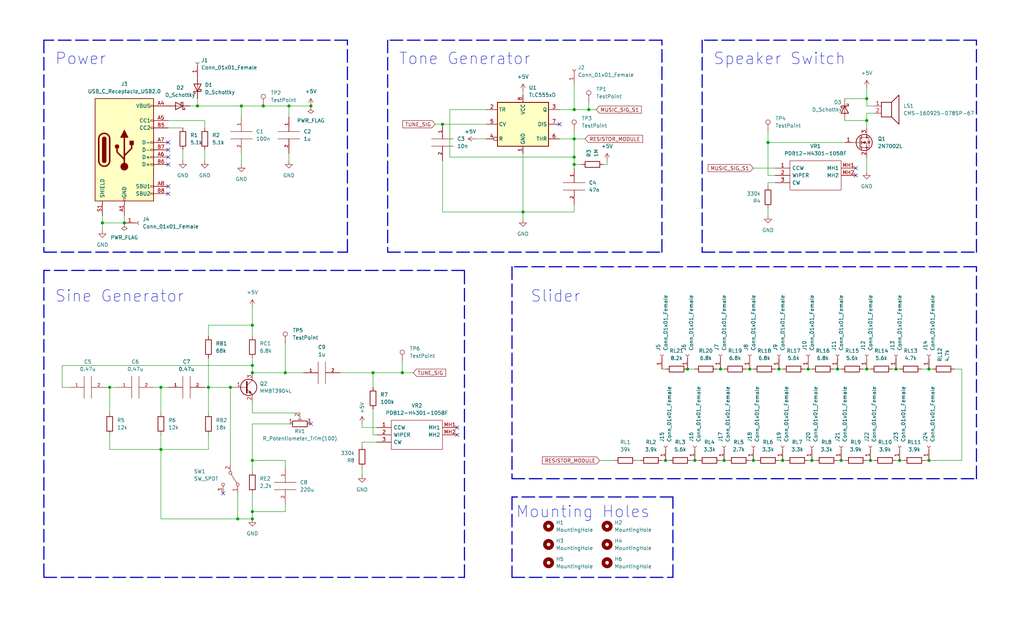
<source format=kicad_sch>
(kicad_sch (version 20211123) (generator eeschema)
  (paper "USLegal")
  (title_block (rev "1"))
  (lib_symbols
    (symbol "Connector:Conn_01x01_Female" (pin_names (offset 1.016) hide)
      (property "Reference" "J" (at 0 2.54 0))
      (property "Value" "Conn_01x01_Female" (at 0 -2.54 0))
      (symbol "Conn_01x01_Female_1_1"
        (polyline (pts (xy -1.27 0) (xy -0.508 0)) (stroke (width 0.1524)))
        (arc (start 0 0.508) (mid -0.508 0) (end 0 -0.508) (stroke (width 0.1524)))
        (pin passive line (at -5.08 0 0) (length 3.81) (name "Pin_1") (number "1"))
      )
    )
    (symbol "Connector:TestPoint" (pin_numbers hide) (pin_names (offset 0.762) hide)
      (property "Reference" "TP" (at 0 6.858 0))
      (property "Value" "TestPoint" (at 0 5.08 0))
      (symbol "TestPoint_0_1"
        (circle (center 0 3.302) (radius 0.762))
      )
      (symbol "TestPoint_1_1"
        (pin passive line (at 0 0 90) (length 2.54) (name "1") (number "1"))
      )
    )
    (symbol "Connector:USB_C_Receptacle_USB2.0" (pin_names (offset 1.016))
      (property "Reference" "J" (at -10.16 19.05 0))
      (property "Value" "USB_C_Receptacle_USB2.0" (at 19.05 19.05 0))
      (symbol "USB_C_Receptacle_USB2.0_0_0"
        (rectangle (start -0.254 -17.78) (end 0.254 -16.764))
        (rectangle (start 10.16 -14.986) (end 9.144 -15.494))
        (rectangle (start 10.16 -12.446) (end 9.144 -12.954))
        (rectangle (start 10.16 -4.826) (end 9.144 -5.334))
        (rectangle (start 10.16 -2.286) (end 9.144 -2.794))
        (rectangle (start 10.16 0.254) (end 9.144 -0.254))
        (rectangle (start 10.16 2.794) (end 9.144 2.286))
        (rectangle (start 10.16 7.874) (end 9.144 7.366))
        (rectangle (start 10.16 10.414) (end 9.144 9.906))
        (rectangle (start 10.16 15.494) (end 9.144 14.986))
      )
      (symbol "USB_C_Receptacle_USB2.0_0_1"
        (rectangle (start -10.16 17.78) (end 10.16 -17.78) (stroke (width 0.254)) (fill (type background)))
        (arc (start -8.89 -3.81) (mid -6.985 -5.715) (end -5.08 -3.81) (stroke (width 0.508)))
        (arc (start -7.62 -3.81) (mid -6.985 -4.445) (end -6.35 -3.81) (stroke (width 0.254)))
        (arc (start -7.62 -3.81) (mid -6.985 -4.445) (end -6.35 -3.81) (stroke (width 0.254)) (fill (type outline)))
        (rectangle (start -7.62 -3.81) (end -6.35 3.81) (stroke (width 0.254)) (fill (type outline)))
        (arc (start -6.35 3.81) (mid -6.985 4.445) (end -7.62 3.81) (stroke (width 0.254)))
        (arc (start -6.35 3.81) (mid -6.985 4.445) (end -7.62 3.81) (stroke (width 0.254)) (fill (type outline)))
        (arc (start -5.08 3.81) (mid -6.985 5.715) (end -8.89 3.81) (stroke (width 0.508)))
        (circle (center -2.54 1.143) (radius 0.635) (stroke (width 0.254)) (fill (type outline)))
        (circle (center 0 -5.842) (radius 1.27) (fill (type outline)))
        (polyline (pts (xy -8.89 -3.81) (xy -8.89 3.81)) (stroke (width 0.508)))
        (polyline (pts (xy -5.08 3.81) (xy -5.08 -3.81)) (stroke (width 0.508)))
        (polyline (pts (xy 0 -5.842) (xy 0 4.318)) (stroke (width 0.508)))
        (polyline (pts (xy 0 -3.302) (xy -2.54 -0.762) (xy -2.54 0.508)) (stroke (width 0.508)))
        (polyline (pts (xy 0 -2.032) (xy 2.54 0.508) (xy 2.54 1.778)) (stroke (width 0.508)))
        (polyline (pts (xy -1.27 4.318) (xy 0 6.858) (xy 1.27 4.318) (xy -1.27 4.318)) (stroke (width 0.254)) (fill (type outline)))
        (rectangle (start 1.905 1.778) (end 3.175 3.048) (stroke (width 0.254)) (fill (type outline)))
      )
      (symbol "USB_C_Receptacle_USB2.0_1_1"
        (pin passive line (at 0 -22.86 90) (length 5.08) (name "GND") (number "A1"))
        (pin passive line (at 0 -22.86 90) (length 5.08) hide (name "GND") (number "A12"))
        (pin passive line (at 15.24 15.24 180) (length 5.08) (name "VBUS") (number "A4"))
        (pin bidirectional line (at 15.24 10.16 180) (length 5.08) (name "CC1") (number "A5"))
        (pin bidirectional line (at 15.24 -2.54 180) (length 5.08) (name "D+") (number "A6"))
        (pin bidirectional line (at 15.24 2.54 180) (length 5.08) (name "D-") (number "A7"))
        (pin bidirectional line (at 15.24 -12.7 180) (length 5.08) (name "SBU1") (number "A8"))
        (pin passive line (at 15.24 15.24 180) (length 5.08) hide (name "VBUS") (number "A9"))
        (pin passive line (at 0 -22.86 90) (length 5.08) hide (name "GND") (number "B1"))
        (pin passive line (at 0 -22.86 90) (length 5.08) hide (name "GND") (number "B12"))
        (pin passive line (at 15.24 15.24 180) (length 5.08) hide (name "VBUS") (number "B4"))
        (pin bidirectional line (at 15.24 7.62 180) (length 5.08) (name "CC2") (number "B5"))
        (pin bidirectional line (at 15.24 -5.08 180) (length 5.08) (name "D+") (number "B6"))
        (pin bidirectional line (at 15.24 0 180) (length 5.08) (name "D-") (number "B7"))
        (pin bidirectional line (at 15.24 -15.24 180) (length 5.08) (name "SBU2") (number "B8"))
        (pin passive line (at 15.24 15.24 180) (length 5.08) hide (name "VBUS") (number "B9"))
        (pin passive line (at -7.62 -22.86 90) (length 5.08) (name "SHIELD") (number "S1"))
      )
    )
    (symbol "Device:D_Schottky" (pin_numbers hide) (pin_names (offset 1.016) hide)
      (property "Reference" "D" (at 0 2.54 0))
      (property "Value" "D_Schottky" (at 0 -2.54 0))
      (symbol "D_Schottky_0_1"
        (polyline (pts (xy 1.27 0) (xy -1.27 0)))
        (polyline (pts (xy 1.27 1.27) (xy 1.27 -1.27) (xy -1.27 0) (xy 1.27 1.27)) (stroke (width 0.254)))
        (polyline (pts (xy -1.905 0.635) (xy -1.905 1.27) (xy -1.27 1.27) (xy -1.27 -1.27) (xy -0.635 -1.27) (xy -0.635 -0.635)) (stroke (width 0.254)))
      )
      (symbol "D_Schottky_1_1"
        (pin passive line (at -3.81 0 0) (length 2.54) (name "K") (number "1"))
        (pin passive line (at 3.81 0 180) (length 2.54) (name "A") (number "2"))
      )
    )
    (symbol "Device:R" (pin_numbers hide) (pin_names (offset 0))
      (property "Reference" "R" (at 2.032 0 90))
      (property "Value" "R" (at 0 0 90))
      (symbol "R_0_1"
        (rectangle (start -1.016 -2.54) (end 1.016 2.54) (stroke (width 0.254)))
      )
      (symbol "R_1_1"
        (pin passive line (at 0 3.81 270) (length 1.27) (name "~") (number "1"))
        (pin passive line (at 0 -3.81 90) (length 1.27) (name "~") (number "2"))
      )
    )
    (symbol "Device:R_Potentiometer_Trim" (pin_names (offset 1.016) hide)
      (property "Reference" "RV" (at -4.445 0 90))
      (property "Value" "R_Potentiometer_Trim" (at -2.54 0 90))
      (symbol "R_Potentiometer_Trim_0_1"
        (polyline (pts (xy 1.524 0.762) (xy 1.524 -0.762)))
        (polyline (pts (xy 2.54 0) (xy 1.524 0)))
        (rectangle (start 1.016 2.54) (end -1.016 -2.54) (stroke (width 0.254)))
      )
      (symbol "R_Potentiometer_Trim_1_1"
        (pin passive line (at 0 3.81 270) (length 1.27) (name "1") (number "1"))
        (pin passive line (at 3.81 0 180) (length 1.27) (name "2") (number "2"))
        (pin passive line (at 0 -3.81 90) (length 1.27) (name "3") (number "3"))
      )
    )
    (symbol "Device:Speaker" (pin_names (offset 0) hide)
      (property "Reference" "LS" (at 1.27 5.715 0))
      (property "Value" "Speaker" (at 1.27 3.81 0))
      (symbol "Speaker_0_0"
        (rectangle (start -2.54 1.27) (end 1.016 -3.81) (stroke (width 0.254)))
        (polyline (pts (xy 1.016 1.27) (xy 3.556 3.81) (xy 3.556 -6.35) (xy 1.016 -3.81)) (stroke (width 0.254)))
      )
      (symbol "Speaker_1_1"
        (pin input line (at -5.08 0 0) (length 2.54) (name "1") (number "1"))
        (pin input line (at -5.08 -2.54 0) (length 2.54) (name "2") (number "2"))
      )
    )
    (symbol "Mechanical:MountingHole" (pin_names (offset 1.016))
      (property "Reference" "H" (at 0 5.08 0))
      (property "Value" "MountingHole" (at 0 3.175 0))
      (symbol "MountingHole_0_1"
        (circle (center 0 0) (radius 1.27) (stroke (width 1.27)))
      )
    )
    (symbol "PDB12-H4301-105BF:PDB12-H4301-105BF" (pin_names (offset 0.762))
      (property "Reference" "VR" (at 24.13 7.62 0))
      (property "Value" "PDB12-H4301-105BF" (at 24.13 5.08 0))
      (symbol "PDB12-H4301-105BF_0_0"
        (pin passive line (at 0 0 0) (length 5.08) (name "CCW") (number "1"))
        (pin passive line (at 0 -2.54 0) (length 5.08) (name "WIPER") (number "2"))
        (pin passive line (at 0 -5.08 0) (length 5.08) (name "CW") (number "3"))
        (pin passive line (at 27.94 0 180) (length 5.08) (name "MH1") (number "MH1"))
        (pin passive line (at 27.94 -2.54 180) (length 5.08) (name "MH2") (number "MH2"))
      )
      (symbol "PDB12-H4301-105BF_0_1"
        (polyline (pts (xy 5.08 2.54) (xy 22.86 2.54) (xy 22.86 -7.62) (xy 5.08 -7.62) (xy 5.08 2.54)) (stroke (width 0.1524)))
      )
    )
    (symbol "Switch:SW_SPDT" (pin_names (offset 0) hide)
      (property "Reference" "SW" (at 0 4.318 0))
      (property "Value" "SW_SPDT" (at 0 -5.08 0))
      (symbol "SW_SPDT_0_0"
        (circle (center -2.032 0) (radius 0.508))
        (circle (center 2.032 -2.54) (radius 0.508))
      )
      (symbol "SW_SPDT_0_1"
        (polyline (pts (xy -1.524 0.254) (xy 1.651 2.286)))
        (circle (center 2.032 2.54) (radius 0.508))
      )
      (symbol "SW_SPDT_1_1"
        (pin passive line (at 5.08 2.54 180) (length 2.54) (name "A") (number "1"))
        (pin passive line (at -5.08 0 0) (length 2.54) (name "B") (number "2"))
        (pin passive line (at 5.08 -2.54 180) (length 2.54) (name "C") (number "3"))
      )
    )
    (symbol "Timer:TLC555xD"
      (property "Reference" "U" (at -10.16 8.89 0))
      (property "Value" "TLC555xD" (at 2.54 8.89 0))
      (symbol "TLC555xD_0_0"
        (pin power_in line (at 0 -10.16 90) (length 2.54) (name "GND") (number "1"))
        (pin power_in line (at 0 10.16 270) (length 2.54) (name "VCC") (number "8"))
      )
      (symbol "TLC555xD_0_1"
        (rectangle (start -8.89 -7.62) (end 8.89 7.62) (stroke (width 0.254)) (fill (type background)))
        (rectangle (start -8.89 -7.62) (end 8.89 7.62) (stroke (width 0.254)) (fill (type background)))
      )
      (symbol "TLC555xD_1_1"
        (pin input line (at -12.7 5.08 0) (length 3.81) (name "TR") (number "2"))
        (pin output line (at 12.7 5.08 180) (length 3.81) (name "Q") (number "3"))
        (pin input inverted (at -12.7 -5.08 0) (length 3.81) (name "R") (number "4"))
        (pin input line (at -12.7 0 0) (length 3.81) (name "CV") (number "5"))
        (pin input line (at 12.7 -5.08 180) (length 3.81) (name "THR") (number "6"))
        (pin input line (at 12.7 0 180) (length 3.81) (name "DIS") (number "7"))
      )
    )
    (symbol "Transistor_BJT:MMBT3904" (pin_names (offset 0) hide)
      (property "Reference" "Q" (at 5.08 1.905 0))
      (property "Value" "MMBT3904" (at 5.08 0 0))
      (symbol "MMBT3904_0_1"
        (polyline (pts (xy 0.635 0.635) (xy 2.54 2.54)))
        (polyline (pts (xy 0.635 -0.635) (xy 2.54 -2.54) (xy 2.54 -2.54)))
        (polyline (pts (xy 0.635 1.905) (xy 0.635 -1.905) (xy 0.635 -1.905)) (stroke (width 0.508)))
        (polyline (pts (xy 1.27 -1.778) (xy 1.778 -1.27) (xy 2.286 -2.286) (xy 1.27 -1.778) (xy 1.27 -1.778)) (fill (type outline)))
        (circle (center 1.27 0) (radius 2.8194) (stroke (width 0.254)))
      )
      (symbol "MMBT3904_1_1"
        (pin input line (at -5.08 0 0) (length 5.715) (name "B") (number "1"))
        (pin passive line (at 2.54 -5.08 90) (length 2.54) (name "E") (number "2"))
        (pin passive line (at 2.54 5.08 270) (length 2.54) (name "C") (number "3"))
      )
    )
    (symbol "Transistor_FET:2N7002" (pin_names hide)
      (property "Reference" "Q" (at 5.08 1.905 0))
      (property "Value" "2N7002" (at 5.08 0 0))
      (symbol "2N7002_0_1"
        (polyline (pts (xy 0.254 0) (xy -2.54 0)))
        (polyline (pts (xy 0.254 1.905) (xy 0.254 -1.905)) (stroke (width 0.254)))
        (polyline (pts (xy 0.762 -1.27) (xy 0.762 -2.286)) (stroke (width 0.254)))
        (polyline (pts (xy 0.762 0.508) (xy 0.762 -0.508)) (stroke (width 0.254)))
        (polyline (pts (xy 0.762 2.286) (xy 0.762 1.27)) (stroke (width 0.254)))
        (polyline (pts (xy 2.54 2.54) (xy 2.54 1.778)))
        (polyline (pts (xy 2.54 -2.54) (xy 2.54 0) (xy 0.762 0)))
        (polyline (pts (xy 0.762 -1.778) (xy 3.302 -1.778) (xy 3.302 1.778) (xy 0.762 1.778)))
        (polyline (pts (xy 1.016 0) (xy 2.032 0.381) (xy 2.032 -0.381) (xy 1.016 0)) (fill (type outline)))
        (polyline (pts (xy 2.794 0.508) (xy 2.921 0.381) (xy 3.683 0.381) (xy 3.81 0.254)))
        (polyline (pts (xy 3.302 0.381) (xy 2.921 -0.254) (xy 3.683 -0.254) (xy 3.302 0.381)))
        (circle (center 1.651 0) (radius 2.794) (stroke (width 0.254)))
        (circle (center 2.54 -1.778) (radius 0.254) (fill (type outline)))
        (circle (center 2.54 1.778) (radius 0.254) (fill (type outline)))
      )
      (symbol "2N7002_1_1"
        (pin input line (at -5.08 0 0) (length 2.54) (name "G") (number "1"))
        (pin passive line (at 2.54 -5.08 90) (length 2.54) (name "S") (number "2"))
        (pin passive line (at 2.54 5.08 270) (length 2.54) (name "D") (number "3"))
      )
    )
    (symbol "power:+5V" (power) (pin_names (offset 0))
      (property "Value" "+5V" (at 0 3.556 0))
      (symbol "+5V_0_1"
        (polyline (pts (xy -0.762 1.27) (xy 0 2.54)))
        (polyline (pts (xy 0 0) (xy 0 2.54)))
        (polyline (pts (xy 0 2.54) (xy 0.762 1.27)))
      )
      (symbol "+5V_1_1"
        (pin power_in line (at 0 0 90) (length 0) hide (name "+5V") (number "1"))
      )
    )
    (symbol "power:GND" (power) (pin_names (offset 0))
      (property "Value" "GND" (at 0 -3.81 0))
      (symbol "GND_0_1"
        (polyline (pts (xy 0 0) (xy 0 -1.27) (xy 1.27 -1.27) (xy 0 -2.54) (xy -1.27 -1.27) (xy 0 -1.27)))
      )
      (symbol "GND_1_1"
        (pin power_in line (at 0 0 270) (length 0) hide (name "GND") (number "1"))
      )
    )
    (symbol "power:PWR_FLAG" (power) (pin_numbers hide) (pin_names (offset 0) hide)
      (property "Value" "PWR_FLAG" (at 0 3.81 0))
      (symbol "PWR_FLAG_0_0"
        (pin power_out line (at 0 0 90) (length 0) (name "pwr") (number "1"))
      )
      (symbol "PWR_FLAG_0_1"
        (polyline (pts (xy 0 0) (xy 0 1.27) (xy -1.016 1.905) (xy 0 2.54) (xy 1.016 1.905) (xy 0 1.27)))
      )
    )
    (symbol "pspice:C" (pin_names (offset 0.254))
      (property "Reference" "C" (at 2.54 3.81 90))
      (property "Value" "C" (at 2.54 -3.81 90))
      (symbol "C_0_1"
        (polyline (pts (xy -3.81 -1.27) (xy 3.81 -1.27)))
        (polyline (pts (xy -3.81 1.27) (xy 3.81 1.27)))
      )
      (symbol "C_1_1"
        (pin passive line (at 0 6.35 270) (length 5.08) (name "~") (number "1"))
        (pin passive line (at 0 -6.35 90) (length 5.08) (name "~") (number "2"))
      )
    )
  )
  (junction (at 271.78 160.02))
  (junction (at 100.33 36.83))
  (junction (at 322.58 160.02))
  (junction (at 300.99 34.29))
  (junction (at 270.51 128.27))
  (junction (at 292.1 160.02))
  (junction (at 231.14 160.02))
  (junction (at 266.7 49.53))
  (junction (at 91.44 36.83))
  (junction (at 153.67 43.18))
  (junction (at 311.15 128.27))
  (junction (at 181.61 73.66))
  (junction (at 251.46 160.02))
  (junction (at 87.63 160.02))
  (junction (at 204.47 38.1))
  (junction (at 322.58 128.27))
  (junction (at 290.83 128.27))
  (junction (at 300.99 41.91))
  (junction (at 43.18 77.47))
  (junction (at 250.19 128.27))
  (junction (at 107.95 36.83))
  (junction (at 87.63 113.03))
  (junction (at 260.35 128.27))
  (junction (at 82.55 180.34))
  (junction (at 199.39 57.15))
  (junction (at 261.62 160.02))
  (junction (at 199.39 48.26))
  (junction (at 87.63 180.34))
  (junction (at 199.39 54.61))
  (junction (at 281.94 160.02))
  (junction (at 241.3 160.02))
  (junction (at 199.39 38.1))
  (junction (at 35.56 77.47))
  (junction (at 80.01 134.62))
  (junction (at 87.63 177.8))
  (junction (at 72.39 134.62))
  (junction (at 87.63 129.54))
  (junction (at 55.88 134.62))
  (junction (at 238.76 128.27))
  (junction (at 280.67 128.27))
  (junction (at 68.58 36.83))
  (junction (at 99.06 129.54))
  (junction (at 129.54 129.54))
  (junction (at 83.82 36.83))
  (junction (at 302.26 160.02))
  (junction (at 300.99 128.27))
  (junction (at 312.42 160.02))
  (junction (at 87.63 127))
  (junction (at 55.88 156.21))
  (junction (at 139.7 129.54))
  (junction (at 38.1 134.62))
  (no_connect (at 58.42 67.31))
  (no_connect (at 58.42 57.15))
  (no_connect (at 77.47 171.45))
  (no_connect (at 58.42 52.07))
  (no_connect (at 107.95 147.32))
  (no_connect (at 194.31 43.18))
  (no_connect (at 58.42 64.77))
  (no_connect (at 297.18 58.42))
  (no_connect (at 297.18 60.96))
  (no_connect (at 58.42 49.53))
  (no_connect (at 58.42 54.61))
  (no_connect (at 158.75 148.59))
  (no_connect (at 158.75 151.13))
  (wire (pts (xy 311.15 160.02) (xy 312.42 160.02)))
  (wire (pts (xy 153.67 73.66) (xy 181.61 73.66)))
  (wire (pts (xy 129.54 129.54) (xy 139.7 129.54)))
  (wire (pts (xy 266.7 49.53) (xy 266.7 60.96)))
  (wire (pts (xy 139.7 125.73) (xy 139.7 129.54)))
  (polyline (pts (xy 15.24 87.63) (xy 120.65 87.63)) (stroke (width 0.4)))
  (wire (pts (xy 279.4 128.27) (xy 280.67 128.27)))
  (wire (pts (xy 55.88 134.62) (xy 55.88 143.51)))
  (wire (pts (xy 156.21 54.61) (xy 199.39 54.61)))
  (polyline (pts (xy 243.84 87.63) (xy 339.09 87.63)) (stroke (width 0.4)))
  (wire (pts (xy 151.13 43.18) (xy 153.67 43.18)))
  (wire (pts (xy 300.99 54.61) (xy 300.99 59.69)))
  (polyline (pts (xy 229.87 13.97) (xy 134.62 13.97)) (stroke (width 0.4)))
  (polyline (pts (xy 177.8 166.37) (xy 339.09 166.37)) (stroke (width 0.4)))
  (wire (pts (xy 208.28 160.02) (xy 213.36 160.02)))
  (wire (pts (xy 80.01 134.62) (xy 80.01 161.29)))
  (wire (pts (xy 334.01 128.27) (xy 334.01 160.02)))
  (polyline (pts (xy 229.87 87.63) (xy 229.87 13.97)) (stroke (width 0.4)))
  (wire (pts (xy 99.06 160.02) (xy 87.63 160.02)))
  (wire (pts (xy 156.21 38.1) (xy 168.91 38.1)))
  (wire (pts (xy 72.39 116.84) (xy 72.39 113.03)))
  (polyline (pts (xy 339.09 13.97) (xy 243.84 13.97)) (stroke (width 0.4)))
  (wire (pts (xy 58.42 41.91) (xy 71.12 41.91)))
  (wire (pts (xy 153.67 43.18) (xy 168.91 43.18)))
  (wire (pts (xy 238.76 128.27) (xy 241.3 128.27)))
  (wire (pts (xy 87.63 124.46) (xy 87.63 127)))
  (wire (pts (xy 35.56 77.47) (xy 35.56 80.01)))
  (wire (pts (xy 35.56 74.93) (xy 35.56 77.47)))
  (wire (pts (xy 38.1 134.62) (xy 38.1 143.51)))
  (wire (pts (xy 259.08 128.27) (xy 260.35 128.27)))
  (wire (pts (xy 269.24 128.27) (xy 270.51 128.27)))
  (wire (pts (xy 87.63 113.03) (xy 87.63 116.84)))
  (polyline (pts (xy 177.8 200.66) (xy 233.68 200.66)) (stroke (width 0.4)))
  (wire (pts (xy 87.63 139.7) (xy 87.63 143.51)))
  (wire (pts (xy 311.15 128.27) (xy 312.42 128.27)))
  (wire (pts (xy 130.81 148.59) (xy 125.73 148.59)))
  (wire (pts (xy 68.58 36.83) (xy 83.82 36.83)))
  (wire (pts (xy 210.82 55.88) (xy 210.82 57.15)))
  (wire (pts (xy 293.37 34.29) (xy 300.99 34.29)))
  (wire (pts (xy 55.88 156.21) (xy 55.88 180.34)))
  (wire (pts (xy 300.99 128.27) (xy 302.26 128.27)))
  (wire (pts (xy 261.62 58.42) (xy 269.24 58.42)))
  (wire (pts (xy 280.67 160.02) (xy 281.94 160.02)))
  (wire (pts (xy 300.99 36.83) (xy 300.99 34.29)))
  (wire (pts (xy 320.04 128.27) (xy 322.58 128.27)))
  (wire (pts (xy 72.39 134.62) (xy 72.39 143.51)))
  (wire (pts (xy 322.58 128.27) (xy 323.85 128.27)))
  (wire (pts (xy 290.83 128.27) (xy 292.1 128.27)))
  (wire (pts (xy 266.7 72.39) (xy 266.7 74.93)))
  (wire (pts (xy 87.63 127) (xy 87.63 129.54)))
  (wire (pts (xy 58.42 44.45) (xy 63.5 44.45)))
  (wire (pts (xy 38.1 151.13) (xy 38.1 156.21)))
  (wire (pts (xy 260.35 160.02) (xy 261.62 160.02)))
  (wire (pts (xy 199.39 29.21) (xy 199.39 38.1)))
  (wire (pts (xy 83.82 53.34) (xy 83.82 57.15)))
  (wire (pts (xy 99.06 119.38) (xy 99.06 129.54)))
  (wire (pts (xy 331.47 128.27) (xy 334.01 128.27)))
  (wire (pts (xy 99.06 162.56) (xy 99.06 160.02)))
  (wire (pts (xy 99.06 177.8) (xy 87.63 177.8)))
  (wire (pts (xy 100.33 36.83) (xy 107.95 36.83)))
  (wire (pts (xy 100.33 36.83) (xy 100.33 40.64)))
  (polyline (pts (xy 120.65 87.63) (xy 120.65 13.97)) (stroke (width 0.4)))
  (wire (pts (xy 153.67 55.88) (xy 153.67 73.66)))
  (wire (pts (xy 87.63 127) (xy 21.59 127)))
  (wire (pts (xy 125.73 153.67) (xy 130.81 153.67)))
  (wire (pts (xy 248.92 128.27) (xy 250.19 128.27)))
  (wire (pts (xy 66.04 36.83) (xy 68.58 36.83)))
  (wire (pts (xy 260.35 128.27) (xy 261.62 128.27)))
  (wire (pts (xy 82.55 171.45) (xy 82.55 180.34)))
  (wire (pts (xy 181.61 73.66) (xy 181.61 76.2)))
  (wire (pts (xy 302.26 160.02) (xy 303.53 160.02)))
  (wire (pts (xy 220.98 160.02) (xy 222.25 160.02)))
  (wire (pts (xy 72.39 134.62) (xy 80.01 134.62)))
  (wire (pts (xy 63.5 52.07) (xy 63.5 55.88)))
  (wire (pts (xy 129.54 151.13) (xy 130.81 151.13)))
  (wire (pts (xy 82.55 180.34) (xy 87.63 180.34)))
  (wire (pts (xy 204.47 38.1) (xy 207.01 38.1)))
  (wire (pts (xy 270.51 160.02) (xy 271.78 160.02)))
  (wire (pts (xy 266.7 60.96) (xy 269.24 60.96)))
  (polyline (pts (xy 339.09 92.71) (xy 177.8 92.71)) (stroke (width 0.4)))
  (wire (pts (xy 156.21 38.1) (xy 156.21 54.61)))
  (wire (pts (xy 199.39 57.15) (xy 199.39 58.42)))
  (wire (pts (xy 99.06 175.26) (xy 99.06 177.8)))
  (wire (pts (xy 87.63 129.54) (xy 99.06 129.54)))
  (wire (pts (xy 36.83 134.62) (xy 38.1 134.62)))
  (polyline (pts (xy 15.24 200.66) (xy 161.29 200.66)) (stroke (width 0.4)))
  (wire (pts (xy 271.78 160.02) (xy 273.05 160.02)))
  (wire (pts (xy 199.39 71.12) (xy 199.39 73.66)))
  (polyline (pts (xy 134.62 87.63) (xy 229.87 87.63)) (stroke (width 0.4)))
  (wire (pts (xy 300.99 41.91) (xy 300.99 44.45)))
  (wire (pts (xy 87.63 106.68) (xy 87.63 113.03)))
  (wire (pts (xy 241.3 160.02) (xy 242.57 160.02)))
  (wire (pts (xy 55.88 151.13) (xy 55.88 156.21)))
  (wire (pts (xy 266.7 63.5) (xy 266.7 64.77)))
  (wire (pts (xy 199.39 54.61) (xy 199.39 57.15)))
  (wire (pts (xy 55.88 156.21) (xy 72.39 156.21)))
  (wire (pts (xy 21.59 134.62) (xy 24.13 134.62)))
  (wire (pts (xy 100.33 147.32) (xy 87.63 147.32)))
  (wire (pts (xy 72.39 151.13) (xy 72.39 156.21)))
  (wire (pts (xy 309.88 128.27) (xy 311.15 128.27)))
  (wire (pts (xy 199.39 57.15) (xy 201.93 57.15)))
  (polyline (pts (xy 233.68 200.66) (xy 233.68 172.72)) (stroke (width 0.4)))
  (wire (pts (xy 240.03 160.02) (xy 241.3 160.02)))
  (wire (pts (xy 300.99 39.37) (xy 300.99 41.91)))
  (wire (pts (xy 250.19 160.02) (xy 251.46 160.02)))
  (wire (pts (xy 55.88 134.62) (xy 58.42 134.62)))
  (wire (pts (xy 53.34 134.62) (xy 55.88 134.62)))
  (polyline (pts (xy 177.8 92.71) (xy 177.8 166.37)) (stroke (width 0.4)))
  (polyline (pts (xy 177.8 172.72) (xy 177.8 200.66)) (stroke (width 0.4)))
  (wire (pts (xy 293.37 41.91) (xy 300.99 41.91)))
  (wire (pts (xy 261.62 160.02) (xy 262.89 160.02)))
  (polyline (pts (xy 233.68 172.72) (xy 177.8 172.72)) (stroke (width 0.4)))
  (wire (pts (xy 68.58 34.29) (xy 68.58 36.83)))
  (wire (pts (xy 199.39 48.26) (xy 199.39 54.61)))
  (wire (pts (xy 72.39 113.03) (xy 87.63 113.03)))
  (polyline (pts (xy 134.62 13.97) (xy 134.62 87.63)) (stroke (width 0.4)))
  (wire (pts (xy 38.1 134.62) (xy 40.64 134.62)))
  (wire (pts (xy 281.94 160.02) (xy 283.21 160.02)))
  (wire (pts (xy 204.47 35.56) (xy 204.47 38.1)))
  (wire (pts (xy 322.58 160.02) (xy 334.01 160.02)))
  (wire (pts (xy 129.54 142.24) (xy 129.54 151.13)))
  (wire (pts (xy 125.73 147.32) (xy 125.73 148.59)))
  (wire (pts (xy 55.88 180.34) (xy 82.55 180.34)))
  (wire (pts (xy 87.63 143.51) (xy 104.14 143.51)))
  (wire (pts (xy 250.19 128.27) (xy 251.46 128.27)))
  (wire (pts (xy 43.18 74.93) (xy 43.18 77.47)))
  (polyline (pts (xy 15.24 13.97) (xy 15.24 87.63)) (stroke (width 0.4)))
  (wire (pts (xy 125.73 153.67) (xy 125.73 154.94)))
  (polyline (pts (xy 161.29 200.66) (xy 161.29 93.98)) (stroke (width 0.4)))
  (wire (pts (xy 312.42 160.02) (xy 313.69 160.02)))
  (wire (pts (xy 299.72 128.27) (xy 300.99 128.27)))
  (wire (pts (xy 229.87 128.27) (xy 231.14 128.27)))
  (wire (pts (xy 181.61 73.66) (xy 199.39 73.66)))
  (wire (pts (xy 321.31 160.02) (xy 322.58 160.02)))
  (wire (pts (xy 194.31 38.1) (xy 199.39 38.1)))
  (wire (pts (xy 199.39 45.72) (xy 199.39 48.26)))
  (wire (pts (xy 209.55 57.15) (xy 210.82 57.15)))
  (wire (pts (xy 270.51 128.27) (xy 271.78 128.27)))
  (wire (pts (xy 251.46 160.02) (xy 252.73 160.02)))
  (wire (pts (xy 125.73 162.56) (xy 125.73 165.1)))
  (wire (pts (xy 199.39 48.26) (xy 194.31 48.26)))
  (wire (pts (xy 129.54 129.54) (xy 129.54 134.62)))
  (wire (pts (xy 87.63 171.45) (xy 87.63 177.8)))
  (wire (pts (xy 38.1 156.21) (xy 55.88 156.21)))
  (wire (pts (xy 300.99 30.48) (xy 300.99 34.29)))
  (wire (pts (xy 100.33 53.34) (xy 100.33 55.88)))
  (wire (pts (xy 289.56 128.27) (xy 290.83 128.27)))
  (wire (pts (xy 21.59 127) (xy 21.59 134.62)))
  (wire (pts (xy 35.56 77.47) (xy 43.18 77.47)))
  (wire (pts (xy 71.12 134.62) (xy 72.39 134.62)))
  (wire (pts (xy 118.11 129.54) (xy 129.54 129.54)))
  (wire (pts (xy 229.87 160.02) (xy 231.14 160.02)))
  (polyline (pts (xy 15.24 93.98) (xy 15.24 200.66)) (stroke (width 0.4)))
  (wire (pts (xy 181.61 31.75) (xy 181.61 33.02)))
  (wire (pts (xy 303.53 36.83) (xy 300.99 36.83)))
  (wire (pts (xy 87.63 177.8) (xy 87.63 180.34)))
  (wire (pts (xy 83.82 36.83) (xy 91.44 36.83)))
  (polyline (pts (xy 161.29 93.98) (xy 15.24 93.98)) (stroke (width 0.4)))
  (wire (pts (xy 292.1 160.02) (xy 293.37 160.02)))
  (wire (pts (xy 300.99 160.02) (xy 302.26 160.02)))
  (wire (pts (xy 72.39 134.62) (xy 72.39 124.46)))
  (polyline (pts (xy 339.09 87.63) (xy 339.09 13.97)) (stroke (width 0.4)))
  (wire (pts (xy 87.63 147.32) (xy 87.63 160.02)))
  (polyline (pts (xy 120.65 13.97) (xy 15.24 13.97)) (stroke (width 0.4)))
  (wire (pts (xy 269.24 63.5) (xy 266.7 63.5)))
  (wire (pts (xy 199.39 48.26) (xy 203.2 48.26)))
  (wire (pts (xy 181.61 53.34) (xy 181.61 73.66)))
  (wire (pts (xy 199.39 38.1) (xy 204.47 38.1)))
  (wire (pts (xy 71.12 41.91) (xy 71.12 44.45)))
  (wire (pts (xy 91.44 36.83) (xy 100.33 36.83)))
  (wire (pts (xy 165.1 48.26) (xy 168.91 48.26)))
  (wire (pts (xy 99.06 129.54) (xy 105.41 129.54)))
  (wire (pts (xy 266.7 45.72) (xy 266.7 49.53)))
  (wire (pts (xy 290.83 160.02) (xy 292.1 160.02)))
  (wire (pts (xy 303.53 39.37) (xy 300.99 39.37)))
  (wire (pts (xy 266.7 49.53) (xy 293.37 49.53)))
  (wire (pts (xy 71.12 55.88) (xy 71.12 52.07)))
  (wire (pts (xy 83.82 36.83) (xy 83.82 40.64)))
  (wire (pts (xy 87.63 160.02) (xy 87.63 163.83)))
  (wire (pts (xy 231.14 160.02) (xy 232.41 160.02)))
  (polyline (pts (xy 243.84 13.97) (xy 243.84 87.63)) (stroke (width 0.4)))
  (polyline (pts (xy 339.09 166.37) (xy 339.09 92.71)) (stroke (width 0.4)))
  (wire (pts (xy 280.67 128.27) (xy 281.94 128.27)))
  (wire (pts (xy 139.7 129.54) (xy 143.51 129.54)))
  (text "Tone Generator" (at 138.43 22.86 0) (effects (font (size 4 4)) (justify left bottom)))
  (text "Mounting Holes" (at 179.07 180.34 0) (effects (font (size 4 4)) (justify left bottom)))
  (text "Power\n" (at 19.05 22.86 0) (effects (font (size 4 4)) (justify left bottom)))
  (text "Speaker Switch" (at 247.65 22.86 0) (effects (font (size 4 4)) (justify left bottom)))
  (text "Sine Generator" (at 19.05 105.41 0) (effects (font (size 4 4)) (justify left bottom)))
  (text "Slider" (at 184.15 105.41 0) (effects (font (size 4 4)) (justify left bottom)))
  (global_label "MUSIC_SIG_S1" (shape input) (at 207.01 38.1 0) (property "Intersheet References" "${INTERSHEET_REFS}" (effects hide)))
  (global_label "TUNE_SIG" (shape input) (at 151.13 43.18 180) (property "Intersheet References" "${INTERSHEET_REFS}" (effects hide)))
  (global_label "RESISTOR_MODULE" (shape input) (at 203.2 48.26 0) (property "Intersheet References" "${INTERSHEET_REFS}" (effects hide)))
  (global_label "MUSIC_SIG_S1" (shape input) (at 261.62 58.42 180) (property "Intersheet References" "${INTERSHEET_REFS}" (effects hide)))
  (global_label "RESISTOR_MODULE" (shape input) (at 208.28 160.02 180) (property "Intersheet References" "${INTERSHEET_REFS}" (effects hide)))
  (global_label "TUNE_SIG" (shape input) (at 143.51 129.54 0) (property "Intersheet References" "${INTERSHEET_REFS}" (effects hide)))
  (symbol (lib_id "power:GND") (at 266.7 74.93 0) (unit 1)
    (property "Reference" "#PWR010" (effects hide))
    (property "Value" "GND" (at 266.7 80.01 0))
  )
  (symbol (lib_id "Connector:Conn_01x01_Female") (at 312.42 154.94 90) (unit 1)
    (property "Reference" "J23" (at 311.1499 153.67 0) (effects (justify left)))
    (property "Value" "Conn_01x01_Female" (at 313.6899 153.67 0) (effects (justify left)))
    (property "Footprint" "Stylophone_Lib:Note-Sharp" (effects hide))
  )
  (symbol (lib_id "Device:R") (at 87.63 167.64 0) (unit 1)
    (property "Reference" "RE2" (at 90.17 166.3699 0) (effects (justify left)))
    (property "Value" "2.2k" (at 90.17 168.9099 0) (effects (justify left)))
    (property "Footprint" "Resistor_SMD:R_0402_1005Metric" (effects hide))
  )
  (symbol (lib_id "power:GND") (at 181.61 76.2 0) (unit 1)
    (property "Reference" "#PWR011" (effects hide))
    (property "Value" "GND" (at 181.61 81.28 0))
  )
  (symbol (lib_id "Device:R") (at 317.5 160.02 90) (unit 1)
    (property "Reference" "RL11" (at 317.5 153.67 90))
    (property "Value" "3.9k" (at 317.5 156.21 90))
    (property "Footprint" "Resistor_SMD:R_0402_1005Metric" (effects hide))
  )
  (symbol (lib_id "Device:Speaker") (at 308.61 36.83 0) (unit 1)
    (property "Reference" "LS1" (at 313.69 36.8299 0) (effects (justify left)))
    (property "Value" "CMS-160925-078SP-67" (at 313.69 39.3699 0) (effects (justify left)))
    (property "Footprint" "LIB_CMS-160925-078SP-67:CMS160925078SP67" (effects hide))
  )
  (symbol (lib_id "Device:R") (at 297.18 160.02 90) (unit 1)
    (property "Reference" "RL9" (at 297.18 153.67 90))
    (property "Value" "3.9k" (at 297.18 156.21 90))
    (property "Footprint" "Resistor_SMD:R_0402_1005Metric" (effects hide))
  )
  (symbol (lib_id "pspice:C") (at 111.76 129.54 90) (unit 1)
    (property "Reference" "C9" (at 111.76 120.65 90))
    (property "Value" "1u" (at 111.76 123.19 90))
    (property "Footprint" "Capacitor_SMD:C_0603_1608Metric" (effects hide))
  )
  (symbol (lib_id "Mechanical:MountingHole") (at 210.82 182.88 0) (unit 1)
    (property "Reference" "H2" (at 213.36 181.6099 0) (effects (justify left)))
    (property "Value" "MountingHole" (at 213.36 184.1499 0) (effects (justify left)))
    (property "Footprint" "MountingHole:MountingHole_2.7mm_M2.5" (effects hide))
  )
  (symbol (lib_id "Connector:Conn_01x01_Female") (at 290.83 123.19 90) (unit 1)
    (property "Reference" "J11" (at 289.5599 121.92 0) (effects (justify left)))
    (property "Value" "Conn_01x01_Female" (at 292.0999 121.92 0) (effects (justify left)))
    (property "Footprint" "Stylophone_Lib:Note-Sharp" (effects hide))
  )
  (symbol (lib_id "Device:R") (at 234.95 128.27 90) (unit 1)
    (property "Reference" "RL21" (at 234.95 121.92 90))
    (property "Value" "8.2k" (at 234.95 124.46 90))
    (property "Footprint" "Resistor_SMD:R_0402_1005Metric" (effects hide))
  )
  (symbol (lib_id "Device:R") (at 307.34 160.02 90) (unit 1)
    (property "Reference" "RL10" (at 307.34 153.67 90))
    (property "Value" "3.9k" (at 307.34 156.21 90))
    (property "Footprint" "Resistor_SMD:R_0402_1005Metric" (effects hide))
  )
  (symbol (lib_id "PDB12-H4301-105BF:PDB12-H4301-105BF") (at 269.24 58.42 0) (unit 1)
    (property "Reference" "VR1" (at 283.21 50.8 0))
    (property "Value" "PDB12-H4301-105BF" (at 283.21 53.34 0))
    (property "Footprint" "LIB_PDB12-H4301-105BF:PDB12H4301105BF" (effects hide))
    (property "Datasheet" "https://componentsearchengine.com/Datasheets/1/PDB12-H4301-105BF.pdf" (effects hide))
    (property "Description" "Potentiometers 1M LINEAR 12MM" (effects hide))
    (property "Height" "15" (effects hide))
    (property "Mouser Part Number" "652-PDB12-H4301105BF" (effects hide))
    (property "Mouser Price/Stock" "https://www.mouser.com/Search/Refine.aspx?Keyword=652-PDB12-H4301105BF" (effects hide))
    (property "Manufacturer_Name" "Bourns" (effects hide))
    (property "Manufacturer_Part_Number" "PDB12-H4301-105BF" (effects hide))
  )
  (symbol (lib_id "Device:R") (at 125.73 158.75 180) (unit 1)
    (property "Reference" "R8" (at 123.19 160.0201 0) (effects (justify left)))
    (property "Value" "330k" (at 123.19 157.4801 0) (effects (justify left)))
    (property "Footprint" "Resistor_SMD:R_0402_1005Metric" (effects hide))
  )
  (symbol (lib_id "Connector:Conn_01x01_Female") (at 271.78 154.94 90) (unit 1)
    (property "Reference" "J19" (at 270.5099 153.67 0) (effects (justify left)))
    (property "Value" "Conn_01x01_Female" (at 273.0499 153.67 0) (effects (justify left)))
    (property "Footprint" "Stylophone_Lib:Note-Left" (effects hide))
  )
  (symbol (lib_id "Connector:Conn_01x01_Female") (at 311.15 123.19 90) (unit 1)
    (property "Reference" "J13" (at 309.8799 121.92 0) (effects (justify left)))
    (property "Value" "Conn_01x01_Female" (at 312.4199 121.92 0) (effects (justify left)))
    (property "Footprint" "Stylophone_Lib:Note-Left" (effects hide))
  )
  (symbol (lib_id "Device:R") (at 287.02 160.02 90) (unit 1)
    (property "Reference" "RL8" (at 287.02 153.67 90))
    (property "Value" "3.3k" (at 287.02 156.21 90))
    (property "Footprint" "Resistor_SMD:R_0402_1005Metric" (effects hide))
  )
  (symbol (lib_id "Timer:TLC555xD") (at 181.61 43.18 0) (unit 1)
    (property "Reference" "U1" (at 183.6294 30.48 0) (effects (justify left)))
    (property "Value" "TLC555xD" (at 183.6294 33.02 0) (effects (justify left)))
    (property "Footprint" "Package_SO:SOIC-8_3.9x4.9mm_P1.27mm" (effects hide))
    (property "Datasheet" "http://www.ti.com/lit/ds/symlink/tlc555.pdf" (effects hide))
  )
  (symbol (lib_id "Device:R") (at 255.27 128.27 90) (unit 1)
    (property "Reference" "RL19" (at 255.27 121.92 90))
    (property "Value" "6.8k" (at 255.27 124.46 90))
    (property "Footprint" "Resistor_SMD:R_0402_1005Metric" (effects hide))
  )
  (symbol (lib_id "Device:R") (at 295.91 128.27 90) (unit 1)
    (property "Reference" "RL15" (at 295.91 121.92 90))
    (property "Value" "5.6k" (at 295.91 124.46 90))
    (property "Footprint" "Resistor_SMD:R_0402_1005Metric" (effects hide))
  )
  (symbol (lib_id "power:+5V") (at 165.1 48.26 90) (unit 1)
    (property "Reference" "#PWR04" (effects hide))
    (property "Value" "+5V" (at 161.29 45.72 90) (effects (justify right)))
  )
  (symbol (lib_id "power:GND") (at 83.82 57.15 0) (unit 1)
    (property "Reference" "#PWR08" (effects hide))
    (property "Value" "GND" (at 83.82 62.23 0))
  )
  (symbol (lib_id "Connector:Conn_01x01_Female") (at 229.87 123.19 90) (unit 1)
    (property "Reference" "J5" (at 228.5999 121.92 0) (effects (justify left)))
    (property "Value" "Conn_01x01_Female" (at 231.1399 121.92 0) (effects (justify left)))
    (property "Footprint" "Stylophone_Lib:Note-Left" (effects hide))
  )
  (symbol (lib_id "Connector:TestPoint") (at 266.7 45.72 0) (unit 1)
    (property "Reference" "TP4" (at 269.24 41.1479 0) (effects (justify left)))
    (property "Value" "TestPoint" (at 269.24 43.6879 0) (effects (justify left)))
    (property "Footprint" "TestPoint:TestPoint_Pad_D1.5mm" (effects hide))
  )
  (symbol (lib_id "Device:R") (at 316.23 128.27 90) (unit 1)
    (property "Reference" "RL13" (at 316.23 121.92 90))
    (property "Value" "4.7k" (at 316.23 124.46 90))
    (property "Footprint" "Resistor_SMD:R_0402_1005Metric" (effects hide))
  )
  (symbol (lib_id "Device:R") (at 245.11 128.27 90) (unit 1)
    (property "Reference" "RL20" (at 245.11 121.92 90))
    (property "Value" "6.8k" (at 245.11 124.46 90))
    (property "Footprint" "Resistor_SMD:R_0402_1005Metric" (effects hide))
  )
  (symbol (lib_id "Device:R") (at 38.1 147.32 0) (unit 1)
    (property "Reference" "R5" (at 40.64 146.0499 0) (effects (justify left)))
    (property "Value" "12k" (at 40.64 148.5899 0) (effects (justify left)))
    (property "Footprint" "Resistor_SMD:R_0402_1005Metric" (effects hide))
  )
  (symbol (lib_id "power:+5V") (at 125.73 147.32 0) (unit 1)
    (property "Reference" "#PWR015" (effects hide))
    (property "Value" "+5V" (at 125.73 139.7 90) (effects (justify right)))
  )
  (symbol (lib_id "Device:R") (at 327.66 128.27 90) (unit 1)
    (property "Reference" "RL12" (at 326.3899 125.73 0) (effects (justify left)))
    (property "Value" "4.7k" (at 328.9299 125.73 0) (effects (justify left)))
    (property "Footprint" "Resistor_SMD:R_0402_1005Metric" (effects hide))
  )
  (symbol (lib_id "power:+5V") (at 300.99 30.48 0) (unit 1)
    (property "Reference" "#PWR01" (effects hide))
    (property "Value" "+5V" (at 300.99 25.4 0))
  )
  (symbol (lib_id "Device:R") (at 205.74 57.15 90) (unit 1)
    (property "Reference" "R3" (at 204.4699 54.61 0) (effects (justify left)))
    (property "Value" "1M" (at 207.0099 54.61 0) (effects (justify left)))
    (property "Footprint" "Resistor_SMD:R_0402_1005Metric" (effects hide))
  )
  (symbol (lib_id "pspice:C") (at 64.77 134.62 90) (unit 1)
    (property "Reference" "C7" (at 64.77 125.73 90))
    (property "Value" "0.47u" (at 64.77 128.27 90))
    (property "Footprint" "Capacitor_SMD:C_0603_1608Metric" (effects hide))
  )
  (symbol (lib_id "power:+5V") (at 181.61 31.75 0) (unit 1)
    (property "Reference" "#PWR02" (effects hide))
    (property "Value" "+5V" (at 181.61 26.67 0))
  )
  (symbol (lib_id "Connector:Conn_01x01_Female") (at 300.99 123.19 90) (unit 1)
    (property "Reference" "J12" (at 299.7199 121.92 0) (effects (justify left)))
    (property "Value" "Conn_01x01_Female" (at 302.2599 121.92 0) (effects (justify left)))
    (property "Footprint" "Stylophone_Lib:Note-Right" (effects hide))
  )
  (symbol (lib_id "Device:D_Schottky") (at 62.23 36.83 180) (unit 1)
    (property "Reference" "D2" (at 62.5475 30.48 0))
    (property "Value" "D_Schottky" (at 62.5475 33.02 0))
    (property "Footprint" "Diode_SMD:D_SOD-123" (effects hide))
  )
  (symbol (lib_id "Device:D_Schottky") (at 68.58 30.48 90) (unit 1)
    (property "Reference" "D1" (at 71.12 29.5274 90) (effects (justify right)))
    (property "Value" "D_Schottky" (at 71.12 32.0674 90) (effects (justify right)))
    (property "Footprint" "Diode_SMD:D_SOD-123" (effects hide))
  )
  (symbol (lib_id "Device:R") (at 72.39 120.65 0) (unit 1)
    (property "Reference" "RB1" (at 74.93 119.3799 0) (effects (justify left)))
    (property "Value" "68k" (at 74.93 121.9199 0) (effects (justify left)))
    (property "Footprint" "Resistor_SMD:R_0402_1005Metric" (effects hide))
  )
  (symbol (lib_id "power:GND") (at 35.56 80.01 0) (unit 1)
    (property "Reference" "#PWR012" (effects hide))
    (property "Value" "GND" (at 35.56 85.09 0))
  )
  (symbol (lib_id "Device:R") (at 226.06 160.02 90) (unit 1)
    (property "Reference" "RL2" (at 226.06 153.67 90))
    (property "Value" "3.9k" (at 226.06 156.21 90))
    (property "Footprint" "Resistor_SMD:R_0402_1005Metric" (effects hide))
  )
  (symbol (lib_id "Device:R") (at 55.88 147.32 0) (unit 1)
    (property "Reference" "R6" (at 58.42 146.0499 0) (effects (justify left)))
    (property "Value" "12k" (at 58.42 148.5899 0) (effects (justify left)))
    (property "Footprint" "Resistor_SMD:R_0402_1005Metric" (effects hide))
  )
  (symbol (lib_id "Device:R") (at 266.7 68.58 180) (unit 1)
    (property "Reference" "R4" (at 264.16 69.8501 0) (effects (justify left)))
    (property "Value" "330k" (at 264.16 67.3101 0) (effects (justify left)))
    (property "Footprint" "Resistor_SMD:R_0402_1005Metric" (effects hide))
  )
  (symbol (lib_id "power:+5V") (at 107.95 36.83 0) (unit 1)
    (property "Reference" "#PWR03" (effects hide))
    (property "Value" "+5V" (at 107.95 31.75 0))
  )
  (symbol (lib_id "Connector:Conn_01x01_Female") (at 322.58 123.19 90) (unit 1)
    (property "Reference" "J14" (at 321.3099 121.92 0) (effects (justify left)))
    (property "Value" "Conn_01x01_Female" (at 323.8499 121.92 0) (effects (justify left)))
    (property "Footprint" "Stylophone_Lib:Note-Sharp" (effects hide))
  )
  (symbol (lib_id "Device:R") (at 71.12 48.26 0) (unit 1)
    (property "Reference" "R2" (at 73.66 46.9899 0) (effects (justify left)))
    (property "Value" "5.1k" (at 73.66 49.5299 0) (effects (justify left)))
    (property "Footprint" "Resistor_SMD:R_0201_0603Metric" (effects hide))
  )
  (symbol (lib_id "power:PWR_FLAG") (at 43.18 77.47 180) (unit 1)
    (property "Reference" "#FLG02" (effects hide))
    (property "Value" "PWR_FLAG" (at 43.18 82.55 0))
  )
  (symbol (lib_id "Device:R") (at 63.5 48.26 0) (unit 1)
    (property "Reference" "R1" (at 66.04 46.9899 0) (effects (justify left)))
    (property "Value" "5.1k" (at 66.04 49.5299 0) (effects (justify left)))
    (property "Footprint" "Resistor_SMD:R_0201_0603Metric" (effects hide))
  )
  (symbol (lib_id "PDB12-H4301-105BF:PDB12-H4301-105BF") (at 130.81 148.59 0) (unit 1)
    (property "Reference" "VR2" (at 144.78 140.97 0))
    (property "Value" "PDB12-H4301-105BF" (at 144.78 143.51 0))
    (property "Footprint" "LIB_PDB12-H4301-105BF:PDB12H4301105BF" (effects hide))
    (property "Datasheet" "https://componentsearchengine.com/Datasheets/1/PDB12-H4301-105BF.pdf" (effects hide))
    (property "Description" "Potentiometers 1M LINEAR 12MM" (effects hide))
    (property "Height" "15" (effects hide))
    (property "Mouser Part Number" "652-PDB12-H4301105BF" (effects hide))
    (property "Mouser Price/Stock" "https://www.mouser.com/Search/Refine.aspx?Keyword=652-PDB12-H4301105BF" (effects hide))
    (property "Manufacturer_Name" "Bourns" (effects hide))
    (property "Manufacturer_Part_Number" "PDB12-H4301-105BF" (effects hide))
  )
  (symbol (lib_id "Device:R") (at 87.63 120.65 0) (unit 1)
    (property "Reference" "RC1" (at 90.17 119.3799 0) (effects (justify left)))
    (property "Value" "6.8k" (at 90.17 121.9199 0) (effects (justify left)))
    (property "Footprint" "Resistor_SMD:R_0402_1005Metric" (effects hide))
  )
  (symbol (lib_id "Device:R") (at 265.43 128.27 90) (unit 1)
    (property "Reference" "RL18" (at 265.43 121.92 90))
    (property "Value" "6.8k" (at 265.43 124.46 90))
    (property "Footprint" "Resistor_SMD:R_0402_1005Metric" (effects hide))
  )
  (symbol (lib_id "Connector:Conn_01x01_Female") (at 231.14 154.94 90) (unit 1)
    (property "Reference" "J15" (at 229.8699 153.67 0) (effects (justify left)))
    (property "Value" "Conn_01x01_Female" (at 232.41 153.67 0) (effects (justify left)))
    (property "Footprint" "Stylophone_Lib:Note-Right" (effects hide))
  )
  (symbol (lib_id "Transistor_BJT:MMBT3904") (at 85.09 134.62 0) (unit 1)
    (property "Reference" "Q2" (at 90.17 133.3499 0) (effects (justify left)))
    (property "Value" "MMBT3904L" (at 90.17 135.8899 0) (effects (justify left)))
    (property "Footprint" "Package_TO_SOT_SMD:SOT-23" (effects hide))
    (property "Datasheet" "https://www.onsemi.com/pub/Collateral/2N3903-D.PDF" (effects hide))
  )
  (symbol (lib_id "power:+5V") (at 87.63 106.68 0) (unit 1)
    (property "Reference" "#PWR013" (effects hide))
    (property "Value" "+5V" (at 87.63 101.6 0))
  )
  (symbol (lib_id "pspice:C") (at 46.99 134.62 90) (unit 1)
    (property "Reference" "C6" (at 46.99 125.73 90))
    (property "Value" "0.47u" (at 46.99 128.27 90))
    (property "Footprint" "Capacitor_SMD:C_0603_1608Metric" (effects hide))
  )
  (symbol (lib_id "Connector:Conn_01x01_Female") (at 260.35 123.19 90) (unit 1)
    (property "Reference" "J8" (at 259.0799 121.92 0) (effects (justify left)))
    (property "Value" "Conn_01x01_Female" (at 261.6199 121.92 0) (effects (justify left)))
    (property "Footprint" "Stylophone_Lib:Note-Left" (effects hide))
  )
  (symbol (lib_id "Connector:Conn_01x01_Female") (at 280.67 123.19 90) (unit 1)
    (property "Reference" "J10" (at 279.3999 121.92 0) (effects (justify left)))
    (property "Value" "Conn_01x01_Female" (at 281.9399 121.92 0) (effects (justify left)))
    (property "Footprint" "Stylophone_Lib:Note-Center" (effects hide))
  )
  (symbol (lib_id "Connector:USB_C_Receptacle_USB2.0") (at 43.18 52.07 0) (unit 1)
    (property "Reference" "J3" (at 43.18 29.21 0))
    (property "Value" "USB_C_Receptacle_USB2.0" (at 43.18 31.75 0))
    (property "Footprint" "LIB_GCT-USB4125-GF-A-190:GCTUSB4125GFA190" (effects hide))
    (property "Datasheet" "https://www.usb.org/sites/default/files/documents/usb_type-c.zip" (effects hide))
  )
  (symbol (lib_id "Connector:Conn_01x01_Female") (at 250.19 123.19 90) (unit 1)
    (property "Reference" "J7" (at 248.9199 121.92 0) (effects (justify left)))
    (property "Value" "Conn_01x01_Female" (at 251.4599 121.92 0) (effects (justify left)))
    (property "Footprint" "Stylophone_Lib:Note-Right" (effects hide))
  )
  (symbol (lib_id "pspice:C") (at 100.33 46.99 0) (unit 1)
    (property "Reference" "C2" (at 105.41 45.7199 0) (effects (justify left)))
    (property "Value" "1u" (at 105.41 48.2599 0) (effects (justify left)))
    (property "Footprint" "Capacitor_SMD:C_0603_1608Metric" (effects hide))
  )
  (symbol (lib_id "Device:R") (at 129.54 138.43 180) (unit 1)
    (property "Reference" "R7" (at 132.08 137.1599 0) (effects (justify right)))
    (property "Value" "100k" (at 132.08 139.6999 0) (effects (justify right)))
    (property "Footprint" "Resistor_SMD:R_0402_1005Metric" (effects hide))
  )
  (symbol (lib_id "Connector:Conn_01x01_Female") (at 270.51 123.19 90) (unit 1)
    (property "Reference" "J9" (at 269.2399 121.92 0) (effects (justify left)))
    (property "Value" "Conn_01x01_Female" (at 271.7799 121.92 0) (effects (justify left)))
    (property "Footprint" "Stylophone_Lib:Note-Sharp" (effects hide))
  )
  (symbol (lib_id "power:GND") (at 63.5 55.88 0) (unit 1)
    (property "Reference" "#PWR05" (effects hide))
    (property "Value" "GND" (at 63.5 60.96 0))
  )
  (symbol (lib_id "power:GND") (at 125.73 165.1 0) (unit 1)
    (property "Reference" "#PWR014" (effects hide))
    (property "Value" "GND" (at 125.73 170.18 0))
  )
  (symbol (lib_id "Connector:TestPoint") (at 199.39 45.72 0) (unit 1)
    (property "Reference" "TP3" (at 201.93 41.1479 0) (effects (justify left)))
    (property "Value" "TestPoint" (at 201.93 43.6879 0) (effects (justify left)))
    (property "Footprint" "TestPoint:TestPoint_Pad_D1.5mm" (effects hide))
  )
  (symbol (lib_id "Mechanical:MountingHole") (at 190.5 182.88 0) (unit 1)
    (property "Reference" "H1" (at 193.04 181.6099 0) (effects (justify left)))
    (property "Value" "MountingHole" (at 193.04 184.1499 0) (effects (justify left)))
    (property "Footprint" "MountingHole:MountingHole_2.7mm_M2.5" (effects hide))
  )
  (symbol (lib_id "power:GND") (at 71.12 55.88 0) (unit 1)
    (property "Reference" "#PWR06" (effects hide))
    (property "Value" "GND" (at 71.12 60.96 0))
  )
  (symbol (lib_id "power:GND") (at 100.33 55.88 0) (unit 1)
    (property "Reference" "#PWR07" (effects hide))
    (property "Value" "GND" (at 100.33 60.96 0))
  )
  (symbol (lib_id "Connector:Conn_01x01_Female") (at 322.58 154.94 90) (unit 1)
    (property "Reference" "J24" (at 321.3099 153.67 0) (effects (justify left)))
    (property "Value" "Conn_01x01_Female" (at 323.8499 153.67 0) (effects (justify left)))
    (property "Footprint" "Stylophone_Lib:Note-Center" (effects hide))
  )
  (symbol (lib_id "Connector:Conn_01x01_Female") (at 238.76 123.19 90) (unit 1)
    (property "Reference" "J6" (at 237.4899 121.92 0) (effects (justify left)))
    (property "Value" "Conn_01x01_Female" (at 240.0299 121.92 0) (effects (justify left)))
    (property "Footprint" "Stylophone_Lib:Note-Sharp" (effects hide))
  )
  (symbol (lib_id "Connector:TestPoint") (at 91.44 36.83 0) (unit 1)
    (property "Reference" "TP2" (at 93.98 32.2579 0) (effects (justify left)))
    (property "Value" "TestPoint" (at 93.98 34.7979 0) (effects (justify left)))
    (property "Footprint" "TestPoint:TestPoint_Pad_D1.5mm" (effects hide))
  )
  (symbol (lib_id "Connector:TestPoint") (at 139.7 125.73 0) (unit 1)
    (property "Reference" "TP6" (at 142.24 121.1579 0) (effects (justify left)))
    (property "Value" "TestPoint" (at 142.24 123.6979 0) (effects (justify left)))
    (property "Footprint" "TestPoint:TestPoint_Pad_D1.5mm" (effects hide))
  )
  (symbol (lib_id "Connector:TestPoint") (at 204.47 35.56 0) (unit 1)
    (property "Reference" "TP1" (at 207.01 30.9879 0) (effects (justify left)))
    (property "Value" "TestPoint" (at 207.01 33.5279 0) (effects (justify left)))
    (property "Footprint" "TestPoint:TestPoint_Pad_D1.5mm" (effects hide))
  )
  (symbol (lib_id "pspice:C") (at 30.48 134.62 90) (unit 1)
    (property "Reference" "C5" (at 30.48 125.73 90))
    (property "Value" "0.47u" (at 30.48 128.27 90))
    (property "Footprint" "Capacitor_SMD:C_0603_1608Metric" (effects hide))
  )
  (symbol (lib_id "Device:R") (at 285.75 128.27 90) (unit 1)
    (property "Reference" "RL16" (at 285.75 121.92 90))
    (property "Value" "6.8k" (at 285.75 124.46 90))
    (property "Footprint" "Resistor_SMD:R_0402_1005Metric" (effects hide))
  )
  (symbol (lib_id "Device:R") (at 72.39 147.32 0) (unit 1)
    (property "Reference" "RB2" (at 74.93 146.0499 0) (effects (justify left)))
    (property "Value" "18k" (at 74.93 148.5899 0) (effects (justify left)))
    (property "Footprint" "Resistor_SMD:R_0402_1005Metric" (effects hide))
  )
  (symbol (lib_id "Device:R") (at 246.38 160.02 90) (unit 1)
    (property "Reference" "RL4" (at 246.38 153.67 90))
    (property "Value" "3.3k" (at 246.38 156.21 90))
    (property "Footprint" "Resistor_SMD:R_0402_1005Metric" (effects hide))
  )
  (symbol (lib_id "power:+5V") (at 210.82 55.88 0) (unit 1)
    (property "Reference" "#PWR0101" (effects hide))
    (property "Value" "+5V" (at 210.82 50.8 0))
  )
  (symbol (lib_id "Connector:Conn_01x01_Female") (at 251.46 154.94 90) (unit 1)
    (property "Reference" "J17" (at 250.1899 153.67 0) (effects (justify left)))
    (property "Value" "Conn_01x01_Female" (at 252.7299 153.67 0) (effects (justify left)))
    (property "Footprint" "Stylophone_Lib:Note-Center" (effects hide))
  )
  (symbol (lib_id "Device:R") (at 236.22 160.02 90) (unit 1)
    (property "Reference" "RL3" (at 236.22 153.67 90))
    (property "Value" "5.6k" (at 236.22 156.21 90))
    (property "Footprint" "Resistor_SMD:R_0402_1005Metric" (effects hide))
  )
  (symbol (lib_id "Device:R") (at 276.86 160.02 90) (unit 1)
    (property "Reference" "RL7" (at 276.86 153.67 90))
    (property "Value" "3.3k" (at 276.86 156.21 90))
    (property "Footprint" "Resistor_SMD:R_0402_1005Metric" (effects hide))
  )
  (symbol (lib_id "Connector:TestPoint") (at 99.06 119.38 0) (unit 1)
    (property "Reference" "TP5" (at 101.6 114.8079 0) (effects (justify left)))
    (property "Value" "TestPoint" (at 101.6 117.3479 0) (effects (justify left)))
    (property "Footprint" "TestPoint:TestPoint_Pad_D1.5mm" (effects hide))
  )
  (symbol (lib_id "Device:R") (at 306.07 128.27 90) (unit 1)
    (property "Reference" "RL14" (at 306.07 121.92 90))
    (property "Value" "5.6k" (at 306.07 124.46 90))
    (property "Footprint" "Resistor_SMD:R_0402_1005Metric" (effects hide))
  )
  (symbol (lib_id "Connector:Conn_01x01_Female") (at 281.94 154.94 90) (unit 1)
    (property "Reference" "J20" (at 280.6699 153.67 0) (effects (justify left)))
    (property "Value" "Conn_01x01_Female" (at 283.2099 153.67 0) (effects (justify left)))
    (property "Footprint" "Stylophone_Lib:Note-Right" (effects hide))
  )
  (symbol (lib_id "Connector:Conn_01x01_Female") (at 199.39 24.13 90) (unit 1)
    (property "Reference" "J2" (at 200.66 23.4949 90) (effects (justify right)))
    (property "Value" "Conn_01x01_Female" (at 200.66 26.0349 90) (effects (justify right)))
    (property "Footprint" "Connector_Wire:SolderWirePad_1x01_SMD_1x2mm" (effects hide))
  )
  (symbol (lib_id "Device:R") (at 266.7 160.02 90) (unit 1)
    (property "Reference" "RL6" (at 266.7 153.67 90))
    (property "Value" "3.3k" (at 266.7 156.21 90))
    (property "Footprint" "Resistor_SMD:R_0402_1005Metric" (effects hide))
  )
  (symbol (lib_id "Device:R_Potentiometer_Trim") (at 104.14 147.32 90) (unit 1)
    (property "Reference" "RV1" (at 104.14 149.86 90))
    (property "Value" "R_Potentiometer_Trim(100)" (at 104.14 152.4 90))
    (property "Footprint" "Potentiometer_SMD:Potentiometer_Bourns_3314J_Vertical" (effects hide))
  )
  (symbol (lib_id "Transistor_FET:2N7002") (at 298.45 49.53 0) (unit 1)
    (property "Reference" "Q1" (at 304.8 48.2599 0) (effects (justify left)))
    (property "Value" "2N7002L" (at 304.8 50.7999 0) (effects (justify left)))
    (property "Footprint" "Package_TO_SOT_SMD:SOT-23" (effects hide))
    (property "Datasheet" "https://www.onsemi.com/pub/Collateral/NDS7002A-D.PDF" (effects hide))
  )
  (symbol (lib_id "Connector:Conn_01x01_Female") (at 302.26 154.94 90) (unit 1)
    (property "Reference" "J22" (at 300.9899 153.67 0) (effects (justify left)))
    (property "Value" "Conn_01x01_Female" (at 303.5299 153.67 0) (effects (justify left)))
    (property "Footprint" "Stylophone_Lib:Note-Center" (effects hide))
  )
  (symbol (lib_id "Switch:SW_SPDT") (at 80.01 166.37 270) (unit 1)
    (property "Reference" "SW1" (at 67.31 163.83 90) (effects (justify left)))
    (property "Value" "SW_SPDT" (at 67.31 166.37 90) (effects (justify left)))
    (property "Footprint" "OS102011MA1QN1:OS102011MA1QN1" (effects hide))
  )
  (symbol (lib_id "Mechanical:MountingHole") (at 190.5 189.23 0) (unit 1)
    (property "Reference" "H3" (at 193.04 187.9599 0) (effects (justify left)))
    (property "Value" "MountingHole" (at 193.04 190.4999 0) (effects (justify left)))
    (property "Footprint" "MountingHole:MountingHole_2.7mm_M2.5" (effects hide))
  )
  (symbol (lib_id "Connector:Conn_01x01_Female") (at 292.1 154.94 90) (unit 1)
    (property "Reference" "J21" (at 290.8299 153.67 0) (effects (justify left)))
    (property "Value" "Conn_01x01_Female" (at 293.3699 153.67 0) (effects (justify left)))
    (property "Footprint" "Stylophone_Lib:Note-Sharp" (effects hide))
  )
  (symbol (lib_id "Connector:Conn_01x01_Female") (at 68.58 21.59 90) (unit 1)
    (property "Reference" "J1" (at 69.85 20.9549 90) (effects (justify right)))
    (property "Value" "Conn_01x01_Female" (at 69.85 23.4949 90) (effects (justify right)))
    (property "Footprint" "Connector_Wire:SolderWirePad_1x01_SMD_1x2mm" (effects hide))
  )
  (symbol (lib_id "power:GND") (at 300.99 59.69 0) (unit 1)
    (property "Reference" "#PWR09" (effects hide))
    (property "Value" "GND" (at 300.99 64.77 0))
  )
  (symbol (lib_id "Connector:Conn_01x01_Female") (at 241.3 154.94 90) (unit 1)
    (property "Reference" "J16" (at 240.0299 153.67 0) (effects (justify left)))
    (property "Value" "Conn_01x01_Female" (at 242.5699 153.67 0) (effects (justify left)))
    (property "Footprint" "Stylophone_Lib:Note-Sharp" (effects hide))
  )
  (symbol (lib_id "Device:R") (at 217.17 160.02 90) (unit 1)
    (property "Reference" "RL1" (at 217.17 153.67 90))
    (property "Value" "39k" (at 217.17 156.21 90))
    (property "Footprint" "Resistor_SMD:R_0402_1005Metric" (effects hide))
  )
  (symbol (lib_id "Device:R") (at 275.59 128.27 90) (unit 1)
    (property "Reference" "RL17" (at 275.59 121.92 90))
    (property "Value" "5.6k" (at 275.59 124.46 90))
    (property "Footprint" "Resistor_SMD:R_0402_1005Metric" (effects hide))
  )
  (symbol (lib_id "pspice:C") (at 99.06 168.91 0) (unit 1)
    (property "Reference" "C8" (at 104.14 167.6399 0) (effects (justify left)))
    (property "Value" "220u" (at 104.14 170.1799 0) (effects (justify left)))
    (property "Footprint" "Capacitor_SMD:CP_Elec_6.3x7.7" (effects hide))
  )
  (symbol (lib_id "power:GND") (at 87.63 180.34 0) (unit 1)
    (property "Reference" "#PWR016" (effects hide))
    (property "Value" "GND" (at 87.63 185.42 0))
  )
  (symbol (lib_id "Mechanical:MountingHole") (at 210.82 195.58 0) (unit 1)
    (property "Reference" "H6" (at 213.36 194.3099 0) (effects (justify left)))
    (property "Value" "MountingHole" (at 213.36 196.8499 0) (effects (justify left)))
    (property "Footprint" "MountingHole:MountingHole_2.7mm_M2.5" (effects hide))
  )
  (symbol (lib_id "Device:D_Schottky") (at 293.37 38.1 270) (unit 1)
    (property "Reference" "D3" (at 289.56 35.56 90) (effects (justify left)))
    (property "Value" "D_Schottky" (at 281.94 38.1 90) (effects (justify left)))
    (property "Footprint" "Diode_SMD:D_SOD-123" (effects hide))
  )
  (symbol (lib_id "Device:R") (at 256.54 160.02 90) (unit 1)
    (property "Reference" "RL5" (at 256.54 153.67 90))
    (property "Value" "2.7k" (at 256.54 156.21 90))
    (property "Footprint" "Resistor_SMD:R_0402_1005Metric" (effects hide))
  )
  (symbol (lib_id "pspice:C") (at 83.82 46.99 0) (unit 1)
    (property "Reference" "C1" (at 88.9 45.7199 0) (effects (justify left)))
    (property "Value" "100n" (at 88.9 48.2599 0) (effects (justify left)))
    (property "Footprint" "Capacitor_SMD:C_0402_1005Metric" (effects hide))
  )
  (symbol (lib_id "Connector:Conn_01x01_Female") (at 48.26 77.47 0) (unit 1)
    (property "Reference" "J4" (at 49.53 76.1999 0) (effects (justify left)))
    (property "Value" "Conn_01x01_Female" (at 49.53 78.7399 0) (effects (justify left)))
    (property "Footprint" "Connector_Wire:SolderWirePad_1x01_SMD_1x2mm" (effects hide))
  )
  (symbol (lib_id "pspice:C") (at 199.39 64.77 0) (unit 1)
    (property "Reference" "C4" (at 204.47 63.4999 0) (effects (justify left)))
    (property "Value" "47n" (at 204.47 66.0399 0) (effects (justify left)))
    (property "Footprint" "Capacitor_SMD:C_0402_1005Metric" (effects hide))
  )
  (symbol (lib_id "Mechanical:MountingHole") (at 190.5 195.58 0) (unit 1)
    (property "Reference" "H5" (at 193.04 194.3099 0) (effects (justify left)))
    (property "Value" "MountingHole" (at 193.04 196.8499 0) (effects (justify left)))
    (property "Footprint" "MountingHole:MountingHole_2.7mm_M2.5" (effects hide))
  )
  (symbol (lib_id "power:PWR_FLAG") (at 107.95 36.83 180) (unit 1)
    (property "Reference" "#FLG01" (effects hide))
    (property "Value" "PWR_FLAG" (at 107.95 41.91 0))
  )
  (symbol (lib_id "Mechanical:MountingHole") (at 210.82 189.23 0) (unit 1)
    (property "Reference" "H4" (at 213.36 187.9599 0) (effects (justify left)))
    (property "Value" "MountingHole" (at 213.36 190.4999 0) (effects (justify left)))
    (property "Footprint" "MountingHole:MountingHole_2.7mm_M2.5" (effects hide))
  )
  (symbol (lib_id "Connector:Conn_01x01_Female") (at 261.62 154.94 90) (unit 1)
    (property "Reference" "J18" (at 260.3499 153.67 0) (effects (justify left)))
    (property "Value" "Conn_01x01_Female" (at 262.8899 153.67 0) (effects (justify left)))
    (property "Footprint" "Stylophone_Lib:Note-Sharp" (effects hide))
  )
  (symbol (lib_id "pspice:C") (at 153.67 49.53 0) (unit 1)
    (property "Reference" "C3" (at 158.75 48.2599 0) (effects (justify left)))
    (property "Value" "10n" (at 158.75 50.7999 0) (effects (justify left)))
    (property "Footprint" "Capacitor_SMD:C_0201_0603Metric" (effects hide))
  )
)
</source>
